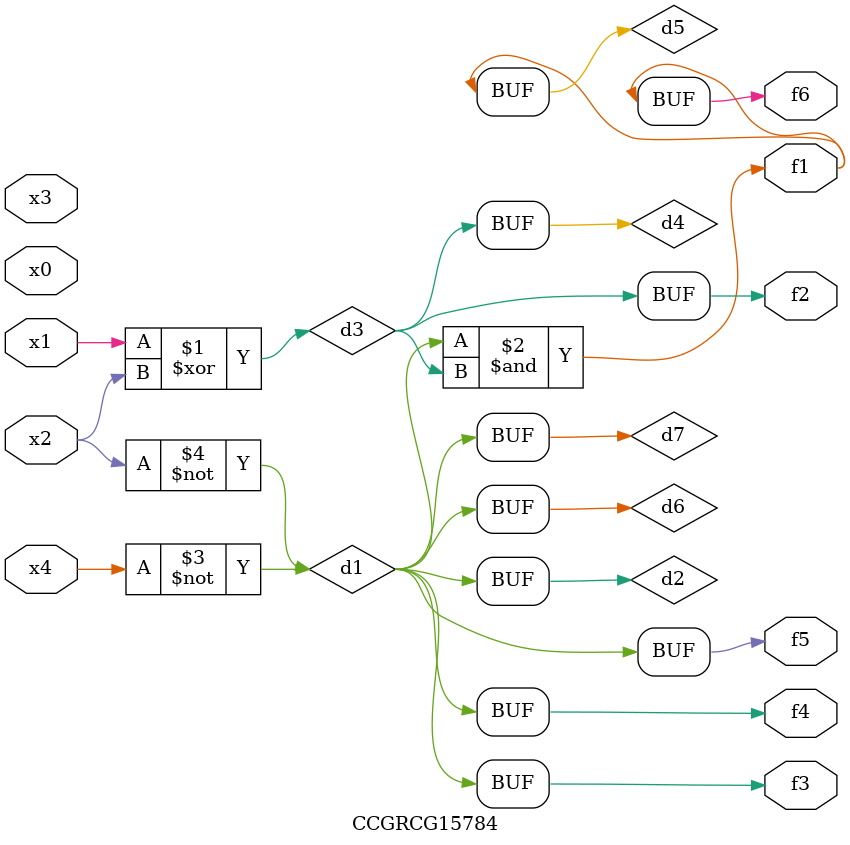
<source format=v>
module CCGRCG15784(
	input x0, x1, x2, x3, x4,
	output f1, f2, f3, f4, f5, f6
);

	wire d1, d2, d3, d4, d5, d6, d7;

	not (d1, x4);
	not (d2, x2);
	xor (d3, x1, x2);
	buf (d4, d3);
	and (d5, d1, d3);
	buf (d6, d1, d2);
	buf (d7, d2);
	assign f1 = d5;
	assign f2 = d4;
	assign f3 = d7;
	assign f4 = d7;
	assign f5 = d7;
	assign f6 = d5;
endmodule

</source>
